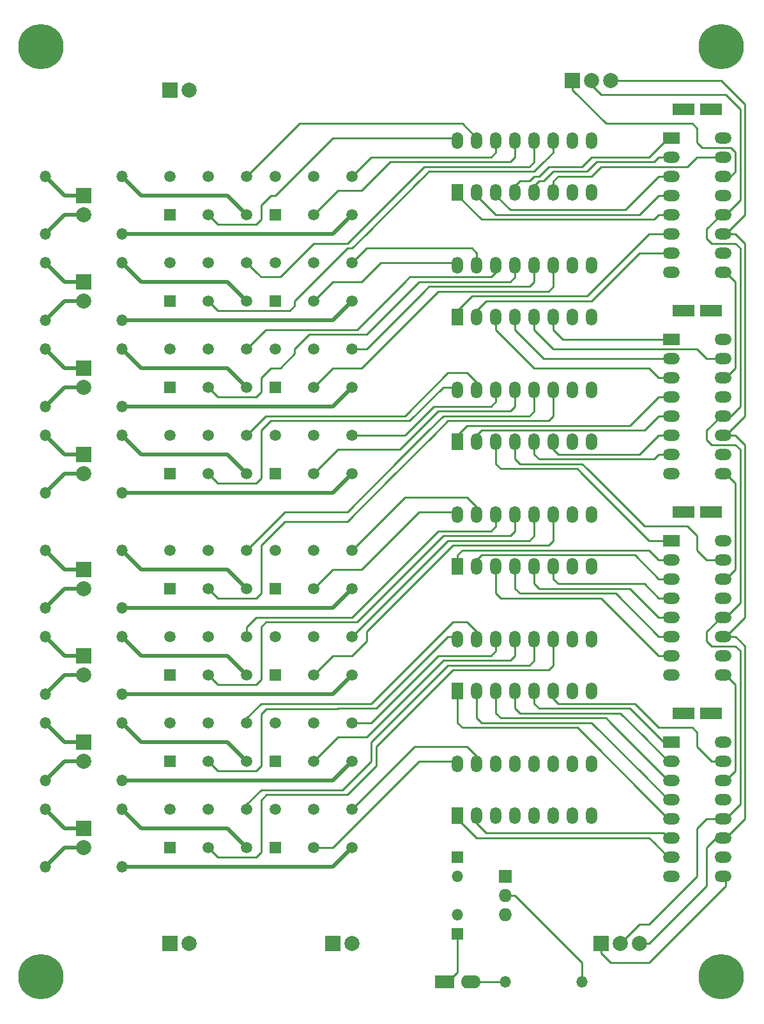
<source format=gtl>
G04 (created by PCBNEW (2013-07-07 BZR 4022)-stable) date Mon 29 Aug 2022 01:34:01 AM CDT*
%MOIN*%
G04 Gerber Fmt 3.4, Leading zero omitted, Abs format*
%FSLAX34Y34*%
G01*
G70*
G90*
G04 APERTURE LIST*
%ADD10C,0.00590551*%
%ADD11R,0.1035X0.069*%
%ADD12O,0.1035X0.069*%
%ADD13R,0.059X0.059*%
%ADD14O,0.059X0.059*%
%ADD15R,0.059X0.0885*%
%ADD16O,0.059X0.0885*%
%ADD17R,0.0885X0.059*%
%ADD18O,0.0885X0.059*%
%ADD19R,0.114X0.059*%
%ADD20R,0.069X0.069*%
%ADD21O,0.069X0.069*%
%ADD22R,0.079X0.079*%
%ADD23C,0.079*%
%ADD24C,0.23622*%
%ADD25C,0.059*%
%ADD26C,0.01*%
%ADD27C,0.02*%
G04 APERTURE END LIST*
G54D10*
G54D11*
X51827Y-67500D03*
G54D12*
X53172Y-67500D03*
G54D13*
X52500Y-61000D03*
G54D14*
X52500Y-62000D03*
G54D13*
X52500Y-65000D03*
G54D14*
X52500Y-64000D03*
G54D15*
X52500Y-26352D03*
G54D16*
X53500Y-26352D03*
X54500Y-26352D03*
X55500Y-26352D03*
X57500Y-23647D03*
X56500Y-23647D03*
X55500Y-23647D03*
X54500Y-23647D03*
X56500Y-26352D03*
X57500Y-26352D03*
X58500Y-26352D03*
X58500Y-23647D03*
X59500Y-23647D03*
X53500Y-23647D03*
X59500Y-26352D03*
X52500Y-23647D03*
G54D17*
X63647Y-55000D03*
G54D18*
X63647Y-56000D03*
X63647Y-57000D03*
X63647Y-58000D03*
X66352Y-60000D03*
X66352Y-59000D03*
X66352Y-58000D03*
X66352Y-57000D03*
X63647Y-59000D03*
X63647Y-60000D03*
X63647Y-61000D03*
X66352Y-61000D03*
X66352Y-62000D03*
X66352Y-56000D03*
X63647Y-62000D03*
X66352Y-55000D03*
G54D17*
X63647Y-44500D03*
G54D18*
X63647Y-45500D03*
X63647Y-46500D03*
X63647Y-47500D03*
X66352Y-49500D03*
X66352Y-48500D03*
X66352Y-47500D03*
X66352Y-46500D03*
X63647Y-48500D03*
X63647Y-49500D03*
X63647Y-50500D03*
X66352Y-50500D03*
X66352Y-51500D03*
X66352Y-45500D03*
X63647Y-51500D03*
X66352Y-44500D03*
G54D17*
X63647Y-34000D03*
G54D18*
X63647Y-35000D03*
X63647Y-36000D03*
X63647Y-37000D03*
X66352Y-39000D03*
X66352Y-38000D03*
X66352Y-37000D03*
X66352Y-36000D03*
X63647Y-38000D03*
X63647Y-39000D03*
X63647Y-40000D03*
X66352Y-40000D03*
X66352Y-41000D03*
X66352Y-35000D03*
X63647Y-41000D03*
X66352Y-34000D03*
G54D15*
X52500Y-58852D03*
G54D16*
X53500Y-58852D03*
X54500Y-58852D03*
X55500Y-58852D03*
X57500Y-56147D03*
X56500Y-56147D03*
X55500Y-56147D03*
X54500Y-56147D03*
X56500Y-58852D03*
X57500Y-58852D03*
X58500Y-58852D03*
X58500Y-56147D03*
X59500Y-56147D03*
X53500Y-56147D03*
X59500Y-58852D03*
X52500Y-56147D03*
G54D15*
X52500Y-52352D03*
G54D16*
X53500Y-52352D03*
X54500Y-52352D03*
X55500Y-52352D03*
X57500Y-49647D03*
X56500Y-49647D03*
X55500Y-49647D03*
X54500Y-49647D03*
X56500Y-52352D03*
X57500Y-52352D03*
X58500Y-52352D03*
X58500Y-49647D03*
X59500Y-49647D03*
X53500Y-49647D03*
X59500Y-52352D03*
X52500Y-49647D03*
G54D15*
X52500Y-45852D03*
G54D16*
X53500Y-45852D03*
X54500Y-45852D03*
X55500Y-45852D03*
X57500Y-43147D03*
X56500Y-43147D03*
X55500Y-43147D03*
X54500Y-43147D03*
X56500Y-45852D03*
X57500Y-45852D03*
X58500Y-45852D03*
X58500Y-43147D03*
X59500Y-43147D03*
X53500Y-43147D03*
X59500Y-45852D03*
X52500Y-43147D03*
G54D15*
X52500Y-39352D03*
G54D16*
X53500Y-39352D03*
X54500Y-39352D03*
X55500Y-39352D03*
X57500Y-36647D03*
X56500Y-36647D03*
X55500Y-36647D03*
X54500Y-36647D03*
X56500Y-39352D03*
X57500Y-39352D03*
X58500Y-39352D03*
X58500Y-36647D03*
X59500Y-36647D03*
X53500Y-36647D03*
X59500Y-39352D03*
X52500Y-36647D03*
G54D15*
X52500Y-32852D03*
G54D16*
X53500Y-32852D03*
X54500Y-32852D03*
X55500Y-32852D03*
X57500Y-30147D03*
X56500Y-30147D03*
X55500Y-30147D03*
X54500Y-30147D03*
X56500Y-32852D03*
X57500Y-32852D03*
X58500Y-32852D03*
X58500Y-30147D03*
X59500Y-30147D03*
X53500Y-30147D03*
X59500Y-32852D03*
X52500Y-30147D03*
G54D17*
X63647Y-23500D03*
G54D18*
X63647Y-24500D03*
X63647Y-25500D03*
X63647Y-26500D03*
X66352Y-28500D03*
X66352Y-27500D03*
X66352Y-26500D03*
X66352Y-25500D03*
X63647Y-27500D03*
X63647Y-28500D03*
X63647Y-29500D03*
X66352Y-29500D03*
X66352Y-30500D03*
X66352Y-24500D03*
X63647Y-30500D03*
X66352Y-23500D03*
G54D19*
X65725Y-22000D03*
X64275Y-22000D03*
X65725Y-32500D03*
X64275Y-32500D03*
X65725Y-43000D03*
X64275Y-43000D03*
X65725Y-53500D03*
X64275Y-53500D03*
G54D20*
X55000Y-62000D03*
G54D21*
X55000Y-63000D03*
X55000Y-64000D03*
G54D22*
X46000Y-65500D03*
G54D23*
X47000Y-65500D03*
G54D22*
X33000Y-55000D03*
G54D23*
X33000Y-56000D03*
G54D22*
X33000Y-59500D03*
G54D23*
X33000Y-60500D03*
G54D22*
X33000Y-46000D03*
G54D23*
X33000Y-47000D03*
G54D22*
X33000Y-50500D03*
G54D23*
X33000Y-51500D03*
G54D22*
X33000Y-35500D03*
G54D23*
X33000Y-36500D03*
G54D22*
X33000Y-40000D03*
G54D23*
X33000Y-41000D03*
G54D22*
X33000Y-26500D03*
G54D23*
X33000Y-27500D03*
G54D22*
X33000Y-31000D03*
G54D23*
X33000Y-32000D03*
G54D22*
X37500Y-21000D03*
G54D23*
X38500Y-21000D03*
G54D14*
X55000Y-67500D03*
X59000Y-67500D03*
G54D22*
X60000Y-65500D03*
G54D23*
X61000Y-65500D03*
X62000Y-65500D03*
G54D22*
X58500Y-20500D03*
G54D23*
X59500Y-20500D03*
X60500Y-20500D03*
G54D24*
X30750Y-18750D03*
X66250Y-18750D03*
X66250Y-67250D03*
X30750Y-67250D03*
G54D22*
X37500Y-65500D03*
G54D23*
X38500Y-65500D03*
G54D13*
X37500Y-27500D03*
G54D25*
X39500Y-27500D03*
X41500Y-27500D03*
X41500Y-25500D03*
X39500Y-25500D03*
X37500Y-25500D03*
G54D13*
X43000Y-27500D03*
G54D25*
X45000Y-27500D03*
X47000Y-27500D03*
X47000Y-25500D03*
X45000Y-25500D03*
X43000Y-25500D03*
G54D13*
X37500Y-32000D03*
G54D25*
X39500Y-32000D03*
X41500Y-32000D03*
X41500Y-30000D03*
X39500Y-30000D03*
X37500Y-30000D03*
G54D13*
X43000Y-32000D03*
G54D25*
X45000Y-32000D03*
X47000Y-32000D03*
X47000Y-30000D03*
X45000Y-30000D03*
X43000Y-30000D03*
G54D13*
X37500Y-36500D03*
G54D25*
X39500Y-36500D03*
X41500Y-36500D03*
X41500Y-34500D03*
X39500Y-34500D03*
X37500Y-34500D03*
G54D13*
X43000Y-36500D03*
G54D25*
X45000Y-36500D03*
X47000Y-36500D03*
X47000Y-34500D03*
X45000Y-34500D03*
X43000Y-34500D03*
G54D13*
X37500Y-41000D03*
G54D25*
X39500Y-41000D03*
X41500Y-41000D03*
X41500Y-39000D03*
X39500Y-39000D03*
X37500Y-39000D03*
G54D13*
X43000Y-41000D03*
G54D25*
X45000Y-41000D03*
X47000Y-41000D03*
X47000Y-39000D03*
X45000Y-39000D03*
X43000Y-39000D03*
G54D13*
X37500Y-47000D03*
G54D25*
X39500Y-47000D03*
X41500Y-47000D03*
X41500Y-45000D03*
X39500Y-45000D03*
X37500Y-45000D03*
G54D13*
X43000Y-47000D03*
G54D25*
X45000Y-47000D03*
X47000Y-47000D03*
X47000Y-45000D03*
X45000Y-45000D03*
X43000Y-45000D03*
G54D13*
X37500Y-51500D03*
G54D25*
X39500Y-51500D03*
X41500Y-51500D03*
X41500Y-49500D03*
X39500Y-49500D03*
X37500Y-49500D03*
G54D13*
X43000Y-51500D03*
G54D25*
X45000Y-51500D03*
X47000Y-51500D03*
X47000Y-49500D03*
X45000Y-49500D03*
X43000Y-49500D03*
G54D13*
X37500Y-56000D03*
G54D25*
X39500Y-56000D03*
X41500Y-56000D03*
X41500Y-54000D03*
X39500Y-54000D03*
X37500Y-54000D03*
G54D13*
X43000Y-56000D03*
G54D25*
X45000Y-56000D03*
X47000Y-56000D03*
X47000Y-54000D03*
X45000Y-54000D03*
X43000Y-54000D03*
G54D13*
X37500Y-60500D03*
G54D25*
X39500Y-60500D03*
X41500Y-60500D03*
X41500Y-58500D03*
X39500Y-58500D03*
X37500Y-58500D03*
G54D13*
X43000Y-60500D03*
G54D25*
X45000Y-60500D03*
X47000Y-60500D03*
X47000Y-58500D03*
X45000Y-58500D03*
X43000Y-58500D03*
G54D14*
X31000Y-25500D03*
X35000Y-25500D03*
X31000Y-28500D03*
X35000Y-28500D03*
X31000Y-30000D03*
X35000Y-30000D03*
X31000Y-33000D03*
X35000Y-33000D03*
X31000Y-34500D03*
X35000Y-34500D03*
X31000Y-37500D03*
X35000Y-37500D03*
X31000Y-39000D03*
X35000Y-39000D03*
X31000Y-42000D03*
X35000Y-42000D03*
X31000Y-45000D03*
X35000Y-45000D03*
X31000Y-48000D03*
X35000Y-48000D03*
X31000Y-49500D03*
X35000Y-49500D03*
X31000Y-52500D03*
X35000Y-52500D03*
X31000Y-54000D03*
X35000Y-54000D03*
X31000Y-57000D03*
X35000Y-57000D03*
X31000Y-58500D03*
X35000Y-58500D03*
X31000Y-61500D03*
X35000Y-61500D03*
G54D26*
X52500Y-65000D02*
X52500Y-67000D01*
X52500Y-67000D02*
X52000Y-67500D01*
X66500Y-49500D02*
X67000Y-49500D01*
X67500Y-59000D02*
X66500Y-60000D01*
X67500Y-50750D02*
X67500Y-59000D01*
X67500Y-50000D02*
X67500Y-50750D01*
X67250Y-49750D02*
X67500Y-50000D01*
X67000Y-49500D02*
X67250Y-49750D01*
X66500Y-39000D02*
X67000Y-39000D01*
X67500Y-48500D02*
X66500Y-49500D01*
X67500Y-41000D02*
X67500Y-48500D01*
X67500Y-39500D02*
X67500Y-41000D01*
X67000Y-39000D02*
X67500Y-39500D01*
X66500Y-28500D02*
X67000Y-28500D01*
X67500Y-38000D02*
X66500Y-39000D01*
X67500Y-36250D02*
X67500Y-38000D01*
X67500Y-32250D02*
X67500Y-36250D01*
X67500Y-29000D02*
X67500Y-32250D01*
X67000Y-28500D02*
X67500Y-29000D01*
X67500Y-21750D02*
X67500Y-27500D01*
X67500Y-27500D02*
X66500Y-28500D01*
X60500Y-20500D02*
X66250Y-20500D01*
X66250Y-20500D02*
X66750Y-21000D01*
X66500Y-28500D02*
X67500Y-27500D01*
X67500Y-21750D02*
X66750Y-21000D01*
X62000Y-65500D02*
X62500Y-65500D01*
X62500Y-65500D02*
X65000Y-63000D01*
X65000Y-63000D02*
X65500Y-62500D01*
X65500Y-62500D02*
X65500Y-62000D01*
X65500Y-62000D02*
X65500Y-60500D01*
X65500Y-60500D02*
X66000Y-60000D01*
X66000Y-60000D02*
X66500Y-60000D01*
X66500Y-25500D02*
X66750Y-25500D01*
X66750Y-25500D02*
X67000Y-25250D01*
X58500Y-20500D02*
X58500Y-21000D01*
X67000Y-24750D02*
X67000Y-25250D01*
X67000Y-24250D02*
X67000Y-24750D01*
X66750Y-24000D02*
X67000Y-24250D01*
X66250Y-24000D02*
X66750Y-24000D01*
X65250Y-24000D02*
X66250Y-24000D01*
X65000Y-23750D02*
X65250Y-24000D01*
X65000Y-23250D02*
X65000Y-23750D01*
X65000Y-23000D02*
X65000Y-23250D01*
X64750Y-22750D02*
X65000Y-23000D01*
X60250Y-22750D02*
X64750Y-22750D01*
X58500Y-21000D02*
X60250Y-22750D01*
X60000Y-65500D02*
X60000Y-66000D01*
X66500Y-62500D02*
X66500Y-62000D01*
X64500Y-64500D02*
X66500Y-62500D01*
X62500Y-66500D02*
X64500Y-64500D01*
X60500Y-66500D02*
X62500Y-66500D01*
X60000Y-66000D02*
X60500Y-66500D01*
X55000Y-63000D02*
X55500Y-63000D01*
X55500Y-63000D02*
X59000Y-66500D01*
X59000Y-66500D02*
X59000Y-67500D01*
X66500Y-48500D02*
X66250Y-48500D01*
X67250Y-58250D02*
X66500Y-59000D01*
X67250Y-57750D02*
X67250Y-58250D01*
X67250Y-56000D02*
X67250Y-57750D01*
X67250Y-51250D02*
X67250Y-56000D01*
X67250Y-50250D02*
X67250Y-51250D01*
X67000Y-50000D02*
X67250Y-50250D01*
X66750Y-50000D02*
X67000Y-50000D01*
X65750Y-50000D02*
X66750Y-50000D01*
X65500Y-49750D02*
X65750Y-50000D01*
X65500Y-49250D02*
X65500Y-49750D01*
X66250Y-48500D02*
X65500Y-49250D01*
X66500Y-38000D02*
X66250Y-38000D01*
X67250Y-47750D02*
X66500Y-48500D01*
X67250Y-39750D02*
X67250Y-47750D01*
X67000Y-39500D02*
X67250Y-39750D01*
X65750Y-39500D02*
X67000Y-39500D01*
X65500Y-39250D02*
X65750Y-39500D01*
X65500Y-38750D02*
X65500Y-39250D01*
X66250Y-38000D02*
X65500Y-38750D01*
X66500Y-27500D02*
X66250Y-27500D01*
X66750Y-38000D02*
X66500Y-38000D01*
X67250Y-37500D02*
X66750Y-38000D01*
X67250Y-29250D02*
X67250Y-37500D01*
X67000Y-29000D02*
X67250Y-29250D01*
X65750Y-29000D02*
X67000Y-29000D01*
X65500Y-28750D02*
X65750Y-29000D01*
X65500Y-28250D02*
X65500Y-28750D01*
X66250Y-27500D02*
X65500Y-28250D01*
X66500Y-27500D02*
X67250Y-26750D01*
X59500Y-20750D02*
X59500Y-20500D01*
X60000Y-21250D02*
X59500Y-20750D01*
X65750Y-21250D02*
X60000Y-21250D01*
X66500Y-21250D02*
X65750Y-21250D01*
X67250Y-22000D02*
X66500Y-21250D01*
X67250Y-26750D02*
X67250Y-22000D01*
X61000Y-65500D02*
X62000Y-64500D01*
X62000Y-64500D02*
X62500Y-64500D01*
X62500Y-64500D02*
X65000Y-62000D01*
X65000Y-62000D02*
X65000Y-61000D01*
X65000Y-61000D02*
X65000Y-59500D01*
X65000Y-59500D02*
X65500Y-59000D01*
X65500Y-59000D02*
X66500Y-59000D01*
X47500Y-46000D02*
X50500Y-43000D01*
X50500Y-43000D02*
X50750Y-43000D01*
X52500Y-43000D02*
X50750Y-43000D01*
X46000Y-46000D02*
X45000Y-47000D01*
X47500Y-46000D02*
X46000Y-46000D01*
X47000Y-30000D02*
X47750Y-29250D01*
X53500Y-29500D02*
X53500Y-30000D01*
X53250Y-29250D02*
X53500Y-29500D01*
X47750Y-29250D02*
X53250Y-29250D01*
X53750Y-30750D02*
X54250Y-30750D01*
X47250Y-33500D02*
X42500Y-33500D01*
X49250Y-31500D02*
X47250Y-33500D01*
X41500Y-34500D02*
X42500Y-33500D01*
X49750Y-31000D02*
X49250Y-31500D01*
X53750Y-30750D02*
X53000Y-30750D01*
X53000Y-30750D02*
X50000Y-30750D01*
X50000Y-30750D02*
X49750Y-31000D01*
X54500Y-30500D02*
X54500Y-30000D01*
X54250Y-30750D02*
X54500Y-30500D01*
X66500Y-30500D02*
X67000Y-31000D01*
X67000Y-35500D02*
X66500Y-36000D01*
X67000Y-31000D02*
X67000Y-35500D01*
X66500Y-41000D02*
X67000Y-41500D01*
X67000Y-46000D02*
X66500Y-46500D01*
X67000Y-41500D02*
X67000Y-46000D01*
X66500Y-51500D02*
X67000Y-52000D01*
X67000Y-56500D02*
X66500Y-57000D01*
X67000Y-52000D02*
X67000Y-56500D01*
X55500Y-30000D02*
X55500Y-30750D01*
X40000Y-37000D02*
X39500Y-36500D01*
X40250Y-37000D02*
X40000Y-37000D01*
X41250Y-37000D02*
X40250Y-37000D01*
X42000Y-37000D02*
X41250Y-37000D01*
X42250Y-36750D02*
X42000Y-37000D01*
X42250Y-36000D02*
X42250Y-36750D01*
X42750Y-35500D02*
X42250Y-36000D01*
X43250Y-35500D02*
X42750Y-35500D01*
X44000Y-34750D02*
X43250Y-35500D01*
X44000Y-34500D02*
X44000Y-34750D01*
X44750Y-33750D02*
X44000Y-34500D01*
X47750Y-33750D02*
X44750Y-33750D01*
X48750Y-32750D02*
X47750Y-33750D01*
X50500Y-31000D02*
X48750Y-32750D01*
X50750Y-31000D02*
X50500Y-31000D01*
X53750Y-31000D02*
X50750Y-31000D01*
X55250Y-31000D02*
X53750Y-31000D01*
X55500Y-30750D02*
X55250Y-31000D01*
X55500Y-30000D02*
X55500Y-29750D01*
X55500Y-31250D02*
X56250Y-31250D01*
X51000Y-31250D02*
X50750Y-31500D01*
X50750Y-31500D02*
X49750Y-32500D01*
X47000Y-34500D02*
X47750Y-34500D01*
X49750Y-32500D02*
X47750Y-34500D01*
X55500Y-31250D02*
X51000Y-31250D01*
X56500Y-30750D02*
X56500Y-30000D01*
X56500Y-31000D02*
X56500Y-30750D01*
X56250Y-31250D02*
X56500Y-31000D01*
X52500Y-36500D02*
X51750Y-36500D01*
X51750Y-36500D02*
X50000Y-38250D01*
X40000Y-41500D02*
X39500Y-41000D01*
X41500Y-41500D02*
X40000Y-41500D01*
X42000Y-41500D02*
X41500Y-41500D01*
X42250Y-41250D02*
X42000Y-41500D01*
X42250Y-39250D02*
X42250Y-41250D01*
X42250Y-38750D02*
X42250Y-39250D01*
X42750Y-38250D02*
X42250Y-38750D01*
X50000Y-38250D02*
X42750Y-38250D01*
X41500Y-39000D02*
X42500Y-38000D01*
X53500Y-36250D02*
X53500Y-36500D01*
X53250Y-36000D02*
X53500Y-36250D01*
X53000Y-35750D02*
X53250Y-36000D01*
X52500Y-35750D02*
X53000Y-35750D01*
X52000Y-35750D02*
X52500Y-35750D01*
X49750Y-38000D02*
X52000Y-35750D01*
X42500Y-38000D02*
X49750Y-38000D01*
X52250Y-37750D02*
X51500Y-37750D01*
X51500Y-37750D02*
X49500Y-39750D01*
X45000Y-41000D02*
X46250Y-39750D01*
X46250Y-39750D02*
X49500Y-39750D01*
X55500Y-37500D02*
X55500Y-36500D01*
X55250Y-37750D02*
X55500Y-37500D01*
X53750Y-37750D02*
X55250Y-37750D01*
X52250Y-37750D02*
X53750Y-37750D01*
X41500Y-58500D02*
X41500Y-58250D01*
X42250Y-57500D02*
X42500Y-57500D01*
X41500Y-58250D02*
X42250Y-57500D01*
X56500Y-50750D02*
X56500Y-49500D01*
X56250Y-51000D02*
X56500Y-50750D01*
X53250Y-51000D02*
X56250Y-51000D01*
X52000Y-51000D02*
X53250Y-51000D01*
X48000Y-55000D02*
X52000Y-51000D01*
X48000Y-56000D02*
X48000Y-55000D01*
X46500Y-57500D02*
X48000Y-56000D01*
X44750Y-57500D02*
X46500Y-57500D01*
X42500Y-57500D02*
X44750Y-57500D01*
X52500Y-49500D02*
X52000Y-49500D01*
X40000Y-56500D02*
X39500Y-56000D01*
X41500Y-56500D02*
X40000Y-56500D01*
X42000Y-56500D02*
X41500Y-56500D01*
X42250Y-56250D02*
X42000Y-56500D01*
X42250Y-53532D02*
X42250Y-56250D01*
X42516Y-53266D02*
X42250Y-53532D01*
X46233Y-53266D02*
X42516Y-53266D01*
X46250Y-53250D02*
X46233Y-53266D01*
X48250Y-53250D02*
X46250Y-53250D01*
X52000Y-49500D02*
X48250Y-53250D01*
X41500Y-54000D02*
X41500Y-53750D01*
X42250Y-53000D02*
X42500Y-53000D01*
X41500Y-53750D02*
X42250Y-53000D01*
X53500Y-49250D02*
X53500Y-49500D01*
X53000Y-48750D02*
X53500Y-49250D01*
X52250Y-48750D02*
X53000Y-48750D01*
X48000Y-53000D02*
X52250Y-48750D01*
X46750Y-53000D02*
X48000Y-53000D01*
X42500Y-53000D02*
X46750Y-53000D01*
X54500Y-49500D02*
X54500Y-50250D01*
X48000Y-54000D02*
X47000Y-54000D01*
X48500Y-53500D02*
X48000Y-54000D01*
X50250Y-51750D02*
X48500Y-53500D01*
X51500Y-50500D02*
X50250Y-51750D01*
X52000Y-50500D02*
X51500Y-50500D01*
X54250Y-50500D02*
X52000Y-50500D01*
X54500Y-50250D02*
X54250Y-50500D01*
X45000Y-60500D02*
X46000Y-60500D01*
X50500Y-56000D02*
X52500Y-56000D01*
X46000Y-60500D02*
X50500Y-56000D01*
X47000Y-58500D02*
X50250Y-55250D01*
X53500Y-55750D02*
X53500Y-56000D01*
X53000Y-55250D02*
X53500Y-55750D01*
X50250Y-55250D02*
X53000Y-55250D01*
X56500Y-36500D02*
X56500Y-37750D01*
X43500Y-43000D02*
X41500Y-45000D01*
X45000Y-43000D02*
X43500Y-43000D01*
X46750Y-43000D02*
X45000Y-43000D01*
X49500Y-40250D02*
X46750Y-43000D01*
X51000Y-38750D02*
X49500Y-40250D01*
X51750Y-38000D02*
X51000Y-38750D01*
X52000Y-38000D02*
X51750Y-38000D01*
X56250Y-38000D02*
X52000Y-38000D01*
X56500Y-37750D02*
X56250Y-38000D01*
X52000Y-37500D02*
X51250Y-37500D01*
X51250Y-37500D02*
X49750Y-39000D01*
X47000Y-39000D02*
X49750Y-39000D01*
X54500Y-37250D02*
X54500Y-36500D01*
X54250Y-37500D02*
X54500Y-37250D01*
X53250Y-37500D02*
X54250Y-37500D01*
X52000Y-37500D02*
X53250Y-37500D01*
X53500Y-43000D02*
X53500Y-42750D01*
X49750Y-42250D02*
X47000Y-45000D01*
X50750Y-42250D02*
X49750Y-42250D01*
X52250Y-42250D02*
X50750Y-42250D01*
X53000Y-42250D02*
X52250Y-42250D01*
X53500Y-42750D02*
X53000Y-42250D01*
X53750Y-24500D02*
X54250Y-24500D01*
X54500Y-24250D02*
X54500Y-23500D01*
X54250Y-24500D02*
X54500Y-24250D01*
X48000Y-24500D02*
X47000Y-25500D01*
X53250Y-24500D02*
X48000Y-24500D01*
X53750Y-24500D02*
X53250Y-24500D01*
X52500Y-23500D02*
X46000Y-23500D01*
X40000Y-28000D02*
X39500Y-27500D01*
X41250Y-28000D02*
X40000Y-28000D01*
X42000Y-28000D02*
X41250Y-28000D01*
X42250Y-27750D02*
X42000Y-28000D01*
X42250Y-27000D02*
X42250Y-27750D01*
X42750Y-26500D02*
X42250Y-27000D01*
X43000Y-26500D02*
X42750Y-26500D01*
X46000Y-23500D02*
X43000Y-26500D01*
X41500Y-25500D02*
X44250Y-22750D01*
X52750Y-22750D02*
X53500Y-23500D01*
X44250Y-22750D02*
X52750Y-22750D01*
X53750Y-24750D02*
X55250Y-24750D01*
X47500Y-26250D02*
X46250Y-26250D01*
X49000Y-24750D02*
X47500Y-26250D01*
X53750Y-24750D02*
X49000Y-24750D01*
X45000Y-27500D02*
X46250Y-26250D01*
X55500Y-24500D02*
X55500Y-23500D01*
X55250Y-24750D02*
X55500Y-24500D01*
X55750Y-25000D02*
X56250Y-25000D01*
X46750Y-29000D02*
X45000Y-29000D01*
X50750Y-25000D02*
X46750Y-29000D01*
X54750Y-25000D02*
X50750Y-25000D01*
X55750Y-25000D02*
X54750Y-25000D01*
X42250Y-30750D02*
X42000Y-30500D01*
X43250Y-30750D02*
X42250Y-30750D01*
X41500Y-30000D02*
X42000Y-30500D01*
X45000Y-29000D02*
X43500Y-30500D01*
X43500Y-30500D02*
X43250Y-30750D01*
X56500Y-24750D02*
X56500Y-23500D01*
X56250Y-25000D02*
X56500Y-24750D01*
X51500Y-44000D02*
X47000Y-48500D01*
X47000Y-48500D02*
X46500Y-48500D01*
X52000Y-44000D02*
X51500Y-44000D01*
X41500Y-49500D02*
X41500Y-49000D01*
X42000Y-48500D02*
X42500Y-48500D01*
X41500Y-49000D02*
X42000Y-48500D01*
X54500Y-43000D02*
X54500Y-43750D01*
X46500Y-48500D02*
X42500Y-48500D01*
X53250Y-44000D02*
X52000Y-44000D01*
X54250Y-44000D02*
X53250Y-44000D01*
X54500Y-43750D02*
X54250Y-44000D01*
G54D27*
X33000Y-26500D02*
X32000Y-26500D01*
X32000Y-26500D02*
X31000Y-25500D01*
X33000Y-27500D02*
X32000Y-27500D01*
X32000Y-27500D02*
X31000Y-28500D01*
G54D26*
X53000Y-67500D02*
X55000Y-67500D01*
X57500Y-49500D02*
X57500Y-51000D01*
X40000Y-61000D02*
X39500Y-60500D01*
X42000Y-61000D02*
X40000Y-61000D01*
X42250Y-60750D02*
X42000Y-61000D01*
X42250Y-58032D02*
X42250Y-60750D01*
X42532Y-57750D02*
X42250Y-58032D01*
X46750Y-57750D02*
X42532Y-57750D01*
X48250Y-56250D02*
X46750Y-57750D01*
X48250Y-55250D02*
X48250Y-56250D01*
X48500Y-55000D02*
X48250Y-55250D01*
X49500Y-54000D02*
X48500Y-55000D01*
X51500Y-52000D02*
X49500Y-54000D01*
X52250Y-51250D02*
X51500Y-52000D01*
X52750Y-51250D02*
X52250Y-51250D01*
X56250Y-51250D02*
X52750Y-51250D01*
X57250Y-51250D02*
X56250Y-51250D01*
X57500Y-51000D02*
X57250Y-51250D01*
G54D27*
X33000Y-31000D02*
X32000Y-31000D01*
X32000Y-31000D02*
X31000Y-30000D01*
G54D26*
X46750Y-48750D02*
X47250Y-48750D01*
X51500Y-44500D02*
X51750Y-44250D01*
X49500Y-46500D02*
X51500Y-44500D01*
X47250Y-48750D02*
X49500Y-46500D01*
X52250Y-44250D02*
X51750Y-44250D01*
X55500Y-43000D02*
X55500Y-44000D01*
X53500Y-44250D02*
X52250Y-44250D01*
X55250Y-44250D02*
X53500Y-44250D01*
X55500Y-44000D02*
X55250Y-44250D01*
X40000Y-52000D02*
X39500Y-51500D01*
X41250Y-52000D02*
X40000Y-52000D01*
X42000Y-52000D02*
X41250Y-52000D01*
X42250Y-51750D02*
X42000Y-52000D01*
X42250Y-50000D02*
X42250Y-51750D01*
X42250Y-49000D02*
X42250Y-50000D01*
X42500Y-48750D02*
X42250Y-49000D01*
X45500Y-48750D02*
X42500Y-48750D01*
X46750Y-48750D02*
X45500Y-48750D01*
G54D27*
X33000Y-32000D02*
X32000Y-32000D01*
X32000Y-32000D02*
X31000Y-33000D01*
X33000Y-35500D02*
X32000Y-35500D01*
X32000Y-35500D02*
X31000Y-34500D01*
X33000Y-36500D02*
X32000Y-36500D01*
X32000Y-36500D02*
X31000Y-37500D01*
G54D26*
X46000Y-55000D02*
X46250Y-54750D01*
X46250Y-54750D02*
X47750Y-54750D01*
X55500Y-49500D02*
X55500Y-50500D01*
X48500Y-54000D02*
X47750Y-54750D01*
X51000Y-51500D02*
X48500Y-54000D01*
X51750Y-50750D02*
X51000Y-51500D01*
X55250Y-50750D02*
X51750Y-50750D01*
X55500Y-50500D02*
X55250Y-50750D01*
X46000Y-55000D02*
X45000Y-56000D01*
G54D27*
X33000Y-40000D02*
X32000Y-40000D01*
X32000Y-40000D02*
X31000Y-39000D01*
X33000Y-41000D02*
X32000Y-41000D01*
X32000Y-41000D02*
X31000Y-42000D01*
G54D26*
X52500Y-44500D02*
X52000Y-44500D01*
X52000Y-44500D02*
X47000Y-49500D01*
X56500Y-43000D02*
X56500Y-44250D01*
X54250Y-44500D02*
X52500Y-44500D01*
X56250Y-44500D02*
X54250Y-44500D01*
X56500Y-44250D02*
X56250Y-44500D01*
X56250Y-25250D02*
X56500Y-25250D01*
X39500Y-32000D02*
X40000Y-32500D01*
X40000Y-32500D02*
X43750Y-32500D01*
X43750Y-32500D02*
X44000Y-32250D01*
X44000Y-32250D02*
X44000Y-32000D01*
X44000Y-32000D02*
X46250Y-29750D01*
X46250Y-29750D02*
X46750Y-29250D01*
X46750Y-29250D02*
X47000Y-29250D01*
X47000Y-29250D02*
X47750Y-28500D01*
X47750Y-28500D02*
X50500Y-25750D01*
X50500Y-25750D02*
X50750Y-25500D01*
X50750Y-25500D02*
X51000Y-25250D01*
X51000Y-25250D02*
X56250Y-25250D01*
X57500Y-24250D02*
X57500Y-23500D01*
X57250Y-24500D02*
X57500Y-24250D01*
X57000Y-24750D02*
X57250Y-24500D01*
X56500Y-25250D02*
X57000Y-24750D01*
X57500Y-30000D02*
X57500Y-30750D01*
X46000Y-35500D02*
X45000Y-36500D01*
X47500Y-35500D02*
X46000Y-35500D01*
X51500Y-31500D02*
X47500Y-35500D01*
X57250Y-31500D02*
X51500Y-31500D01*
X57500Y-31250D02*
X57250Y-31500D01*
X57500Y-30750D02*
X57500Y-31250D01*
X57500Y-36500D02*
X57500Y-37750D01*
X40000Y-47500D02*
X39500Y-47000D01*
X42000Y-47500D02*
X40000Y-47500D01*
X42250Y-47250D02*
X42000Y-47500D01*
X42250Y-45500D02*
X42250Y-47250D01*
X42250Y-44750D02*
X42250Y-45500D01*
X43500Y-43500D02*
X42250Y-44750D01*
X46750Y-43500D02*
X43500Y-43500D01*
X49000Y-41250D02*
X46750Y-43500D01*
X51250Y-39000D02*
X49000Y-41250D01*
X52000Y-38250D02*
X51250Y-39000D01*
X55000Y-38250D02*
X52000Y-38250D01*
X56500Y-38250D02*
X55000Y-38250D01*
X57250Y-38250D02*
X56500Y-38250D01*
X57500Y-38000D02*
X57250Y-38250D01*
X57500Y-37750D02*
X57500Y-38000D01*
X48250Y-48750D02*
X47750Y-49250D01*
X47750Y-49750D02*
X47000Y-50500D01*
X47750Y-49250D02*
X47750Y-49750D01*
X57500Y-43000D02*
X57500Y-44500D01*
X46000Y-50500D02*
X45000Y-51500D01*
X47000Y-50500D02*
X46000Y-50500D01*
X51750Y-45250D02*
X48250Y-48750D01*
X52250Y-44750D02*
X51750Y-45250D01*
X55250Y-44750D02*
X52250Y-44750D01*
X57250Y-44750D02*
X55250Y-44750D01*
X57500Y-44500D02*
X57250Y-44750D01*
G54D27*
X33000Y-55000D02*
X32000Y-55000D01*
X32000Y-55000D02*
X31000Y-54000D01*
X33000Y-56000D02*
X32000Y-56000D01*
X32000Y-56000D02*
X31000Y-57000D01*
X33000Y-59500D02*
X32000Y-59500D01*
X32000Y-59500D02*
X31000Y-58500D01*
X33000Y-60500D02*
X32000Y-60500D01*
X32000Y-60500D02*
X31000Y-61500D01*
G54D26*
X52500Y-30000D02*
X48500Y-30000D01*
X48500Y-30000D02*
X47500Y-31000D01*
X45000Y-32000D02*
X46000Y-31000D01*
X46000Y-31000D02*
X47500Y-31000D01*
G54D27*
X33000Y-51500D02*
X32000Y-51500D01*
X32000Y-51500D02*
X31000Y-52500D01*
X33000Y-46000D02*
X32000Y-46000D01*
X32000Y-46000D02*
X31000Y-45000D01*
X33000Y-47000D02*
X32000Y-47000D01*
X32000Y-47000D02*
X31000Y-48000D01*
X33000Y-50500D02*
X32000Y-50500D01*
X32000Y-50500D02*
X31000Y-49500D01*
X35000Y-25500D02*
X36000Y-26500D01*
X40500Y-26500D02*
X41500Y-27500D01*
X36000Y-26500D02*
X40500Y-26500D01*
G54D26*
X63500Y-23500D02*
X62500Y-24500D01*
X55500Y-26000D02*
X55500Y-26500D01*
X55750Y-25750D02*
X55500Y-26000D01*
X56250Y-25750D02*
X55750Y-25750D01*
X56500Y-25500D02*
X56250Y-25750D01*
X56750Y-25500D02*
X56500Y-25500D01*
X57250Y-25000D02*
X56750Y-25500D01*
X59000Y-25000D02*
X57250Y-25000D01*
X59500Y-24500D02*
X59000Y-25000D01*
X62500Y-24500D02*
X59500Y-24500D01*
X66500Y-24500D02*
X65000Y-24500D01*
X57500Y-25750D02*
X57500Y-26500D01*
X57750Y-25500D02*
X57500Y-25750D01*
X58750Y-25500D02*
X57750Y-25500D01*
X59500Y-25500D02*
X58750Y-25500D01*
X60000Y-25000D02*
X59500Y-25500D01*
X63750Y-25000D02*
X60000Y-25000D01*
X64500Y-25000D02*
X63750Y-25000D01*
X65000Y-24500D02*
X64500Y-25000D01*
G54D27*
X35000Y-28500D02*
X46000Y-28500D01*
X46000Y-28500D02*
X47000Y-27500D01*
G54D26*
X54500Y-26500D02*
X55250Y-27250D01*
X63000Y-25500D02*
X63500Y-25500D01*
X61250Y-27250D02*
X63000Y-25500D01*
X55250Y-27250D02*
X61250Y-27250D01*
X63500Y-24500D02*
X63000Y-24500D01*
X56500Y-26000D02*
X56500Y-26500D01*
X56750Y-25750D02*
X56500Y-26000D01*
X57000Y-25750D02*
X56750Y-25750D01*
X57500Y-25250D02*
X57000Y-25750D01*
X58500Y-25250D02*
X57500Y-25250D01*
X59250Y-25250D02*
X58500Y-25250D01*
X59750Y-24750D02*
X59250Y-25250D01*
X61799Y-24750D02*
X59750Y-24750D01*
X62750Y-24750D02*
X61799Y-24750D01*
X63000Y-24500D02*
X62750Y-24750D01*
G54D27*
X35000Y-30000D02*
X36000Y-31000D01*
X40500Y-31000D02*
X41500Y-32000D01*
X36000Y-31000D02*
X40500Y-31000D01*
G54D26*
X52500Y-26500D02*
X53750Y-27750D01*
X62750Y-27750D02*
X63000Y-27500D01*
X53750Y-27750D02*
X62750Y-27750D01*
X63000Y-27500D02*
X63500Y-27500D01*
X53500Y-26500D02*
X54500Y-27500D01*
X62000Y-27500D02*
X63000Y-26500D01*
X54500Y-27500D02*
X62000Y-27500D01*
X63000Y-26500D02*
X63500Y-26500D01*
G54D27*
X35000Y-33000D02*
X46000Y-33000D01*
X46000Y-33000D02*
X47000Y-32000D01*
G54D26*
X59500Y-32000D02*
X62000Y-29500D01*
X62000Y-29500D02*
X63500Y-29500D01*
X53500Y-33000D02*
X53500Y-32500D01*
X58000Y-32000D02*
X59500Y-32000D01*
X56250Y-32000D02*
X58000Y-32000D01*
X54000Y-32000D02*
X56250Y-32000D01*
X53500Y-32500D02*
X54000Y-32000D01*
X52500Y-33000D02*
X52500Y-32500D01*
X62500Y-28500D02*
X63500Y-28500D01*
X59250Y-31750D02*
X62500Y-28500D01*
X53250Y-31750D02*
X59250Y-31750D01*
X52500Y-32500D02*
X53250Y-31750D01*
G54D27*
X35000Y-34500D02*
X36000Y-35500D01*
X40500Y-35500D02*
X41500Y-36500D01*
X36000Y-35500D02*
X40500Y-35500D01*
G54D26*
X63500Y-34000D02*
X61500Y-34000D01*
X57500Y-33500D02*
X57500Y-33000D01*
X58000Y-34000D02*
X57500Y-33500D01*
X61500Y-34000D02*
X58000Y-34000D01*
X66500Y-35000D02*
X65500Y-35000D01*
X56500Y-33500D02*
X56500Y-33000D01*
X57500Y-34500D02*
X56500Y-33500D01*
X60250Y-34500D02*
X57500Y-34500D01*
X63250Y-34500D02*
X60250Y-34500D01*
X65000Y-34500D02*
X63250Y-34500D01*
X65500Y-35000D02*
X65000Y-34500D01*
G54D27*
X35000Y-37500D02*
X46000Y-37500D01*
X46000Y-37500D02*
X47000Y-36500D01*
G54D26*
X63500Y-36000D02*
X63000Y-36000D01*
X54500Y-33500D02*
X54500Y-33000D01*
X56500Y-35500D02*
X54500Y-33500D01*
X62500Y-35500D02*
X56500Y-35500D01*
X63000Y-36000D02*
X62500Y-35500D01*
X63500Y-35000D02*
X57000Y-35000D01*
X55500Y-33500D02*
X55500Y-33000D01*
X57000Y-35000D02*
X55500Y-33500D01*
G54D27*
X35000Y-39000D02*
X36000Y-40000D01*
X40500Y-40000D02*
X41500Y-41000D01*
X36000Y-40000D02*
X40500Y-40000D01*
G54D26*
X53500Y-39500D02*
X53500Y-39000D01*
X63000Y-38000D02*
X63500Y-38000D01*
X62250Y-38750D02*
X63000Y-38000D01*
X53750Y-38750D02*
X62250Y-38750D01*
X53500Y-39000D02*
X53750Y-38750D01*
X52500Y-39500D02*
X52500Y-39000D01*
X63000Y-37000D02*
X63500Y-37000D01*
X61500Y-38500D02*
X63000Y-37000D01*
X53000Y-38500D02*
X61500Y-38500D01*
X52500Y-39000D02*
X53000Y-38500D01*
G54D27*
X35000Y-42000D02*
X46000Y-42000D01*
X46000Y-42000D02*
X47000Y-41000D01*
G54D26*
X56500Y-39500D02*
X56500Y-40000D01*
X63000Y-40000D02*
X63500Y-40000D01*
X62750Y-40250D02*
X63000Y-40000D01*
X59000Y-40250D02*
X62750Y-40250D01*
X56750Y-40250D02*
X59000Y-40250D01*
X56500Y-40000D02*
X56750Y-40250D01*
X57500Y-39500D02*
X57500Y-39750D01*
X63000Y-39000D02*
X63500Y-39000D01*
X62000Y-40000D02*
X63000Y-39000D01*
X57750Y-40000D02*
X62000Y-40000D01*
X57500Y-39750D02*
X57750Y-40000D01*
G54D27*
X35000Y-45000D02*
X36000Y-46000D01*
X40500Y-46000D02*
X41500Y-47000D01*
X36000Y-46000D02*
X40500Y-46000D01*
G54D26*
X54500Y-40500D02*
X54750Y-40750D01*
X58750Y-40750D02*
X59000Y-41000D01*
X54750Y-40750D02*
X58750Y-40750D01*
X54500Y-40250D02*
X54500Y-40500D01*
X62500Y-44500D02*
X63500Y-44500D01*
X59000Y-41000D02*
X62500Y-44500D01*
X54500Y-40250D02*
X54500Y-39500D01*
X55500Y-40250D02*
X55750Y-40500D01*
X59000Y-40500D02*
X59250Y-40750D01*
X55750Y-40500D02*
X59000Y-40500D01*
X55500Y-39500D02*
X55500Y-40250D01*
X62250Y-43750D02*
X63250Y-43750D01*
X59250Y-40750D02*
X62250Y-43750D01*
X66500Y-45500D02*
X65500Y-45500D01*
X64500Y-43750D02*
X63250Y-43750D01*
X65000Y-44250D02*
X64500Y-43750D01*
X65000Y-45000D02*
X65000Y-44250D01*
X65500Y-45500D02*
X65000Y-45000D01*
G54D27*
X35000Y-48000D02*
X46000Y-48000D01*
X46000Y-48000D02*
X47000Y-47000D01*
G54D26*
X53500Y-46000D02*
X53500Y-45500D01*
X63000Y-46500D02*
X63500Y-46500D01*
X61750Y-45250D02*
X63000Y-46500D01*
X53750Y-45250D02*
X61750Y-45250D01*
X53500Y-45500D02*
X53750Y-45250D01*
X52500Y-46000D02*
X52500Y-45250D01*
X63000Y-45500D02*
X63500Y-45500D01*
X62500Y-45000D02*
X63000Y-45500D01*
X52750Y-45000D02*
X62500Y-45000D01*
X52500Y-45250D02*
X52750Y-45000D01*
G54D27*
X35000Y-49500D02*
X36000Y-50500D01*
X40500Y-50500D02*
X41500Y-51500D01*
X36000Y-50500D02*
X40500Y-50500D01*
G54D26*
X63000Y-48500D02*
X61500Y-47000D01*
X56500Y-46750D02*
X56500Y-46500D01*
X56750Y-47000D02*
X56500Y-46750D01*
X59000Y-47000D02*
X56750Y-47000D01*
X61500Y-47000D02*
X59000Y-47000D01*
X63500Y-48500D02*
X63000Y-48500D01*
X56500Y-46500D02*
X56500Y-46000D01*
X63500Y-47500D02*
X63000Y-47500D01*
X57750Y-46750D02*
X57500Y-46500D01*
X62250Y-46750D02*
X57750Y-46750D01*
X63000Y-47500D02*
X62250Y-46750D01*
X57500Y-46500D02*
X57500Y-46000D01*
G54D27*
X35000Y-52500D02*
X46000Y-52500D01*
X46000Y-52500D02*
X47000Y-51500D01*
G54D26*
X63500Y-50500D02*
X63000Y-50500D01*
X54500Y-47250D02*
X54500Y-46000D01*
X54750Y-47500D02*
X54500Y-47250D01*
X57750Y-47500D02*
X54750Y-47500D01*
X60000Y-47500D02*
X57750Y-47500D01*
X63000Y-50500D02*
X60000Y-47500D01*
X63500Y-49500D02*
X63000Y-49500D01*
X55500Y-47000D02*
X55500Y-46000D01*
X55750Y-47250D02*
X55500Y-47000D01*
X59750Y-47250D02*
X55750Y-47250D01*
X60750Y-47250D02*
X59750Y-47250D01*
X63000Y-49500D02*
X60750Y-47250D01*
G54D27*
X35000Y-54000D02*
X36000Y-55000D01*
X40500Y-55000D02*
X41500Y-56000D01*
X36000Y-55000D02*
X40500Y-55000D01*
G54D26*
X63500Y-55000D02*
X63250Y-55000D01*
X56500Y-53000D02*
X56500Y-52500D01*
X56750Y-53250D02*
X56500Y-53000D01*
X61500Y-53250D02*
X56750Y-53250D01*
X63250Y-55000D02*
X61500Y-53250D01*
X66500Y-56000D02*
X65750Y-56000D01*
X57500Y-52750D02*
X57500Y-52500D01*
X57750Y-53000D02*
X57500Y-52750D01*
X61750Y-53000D02*
X57750Y-53000D01*
X63000Y-54250D02*
X61750Y-53000D01*
X64750Y-54250D02*
X63000Y-54250D01*
X65000Y-54500D02*
X64750Y-54250D01*
X65000Y-55250D02*
X65000Y-54500D01*
X65750Y-56000D02*
X65000Y-55250D01*
G54D27*
X35000Y-57000D02*
X46000Y-57000D01*
X46000Y-57000D02*
X47000Y-56000D01*
G54D26*
X63500Y-57000D02*
X62500Y-56000D01*
X54500Y-53500D02*
X54500Y-52500D01*
X54750Y-53750D02*
X54500Y-53500D01*
X58750Y-53750D02*
X54750Y-53750D01*
X60250Y-53750D02*
X58750Y-53750D01*
X60500Y-54000D02*
X60250Y-53750D01*
X62500Y-56000D02*
X60500Y-54000D01*
X63500Y-56000D02*
X62250Y-54750D01*
X55500Y-53250D02*
X55500Y-52500D01*
X55750Y-53500D02*
X55500Y-53250D01*
X61000Y-53500D02*
X55750Y-53500D01*
X62250Y-54750D02*
X61000Y-53500D01*
G54D27*
X35000Y-58500D02*
X36000Y-59500D01*
X40500Y-59500D02*
X41500Y-60500D01*
X36000Y-59500D02*
X40500Y-59500D01*
G54D26*
X63500Y-59000D02*
X62000Y-57500D01*
X52500Y-54000D02*
X52500Y-52500D01*
X52750Y-54250D02*
X52500Y-54000D01*
X53500Y-54250D02*
X52750Y-54250D01*
X56250Y-54250D02*
X53500Y-54250D01*
X58750Y-54250D02*
X56250Y-54250D01*
X59750Y-55250D02*
X58750Y-54250D01*
X62000Y-57500D02*
X59750Y-55250D01*
X63500Y-58000D02*
X62250Y-56750D01*
X53500Y-53750D02*
X53500Y-52500D01*
X53750Y-54000D02*
X53500Y-53750D01*
X57000Y-54000D02*
X53750Y-54000D01*
X59500Y-54000D02*
X57000Y-54000D01*
X62250Y-56750D02*
X59500Y-54000D01*
G54D27*
X35000Y-61500D02*
X46000Y-61500D01*
X46000Y-61500D02*
X47000Y-60500D01*
G54D26*
X63500Y-61000D02*
X62750Y-60250D01*
X53500Y-60000D02*
X52500Y-59000D01*
X60750Y-60000D02*
X53500Y-60000D01*
X62500Y-60000D02*
X60750Y-60000D01*
X62750Y-60250D02*
X62500Y-60000D01*
X53500Y-59000D02*
X53500Y-59250D01*
X63250Y-59750D02*
X63500Y-60000D01*
X54000Y-59750D02*
X63250Y-59750D01*
X53500Y-59250D02*
X54000Y-59750D01*
M02*

</source>
